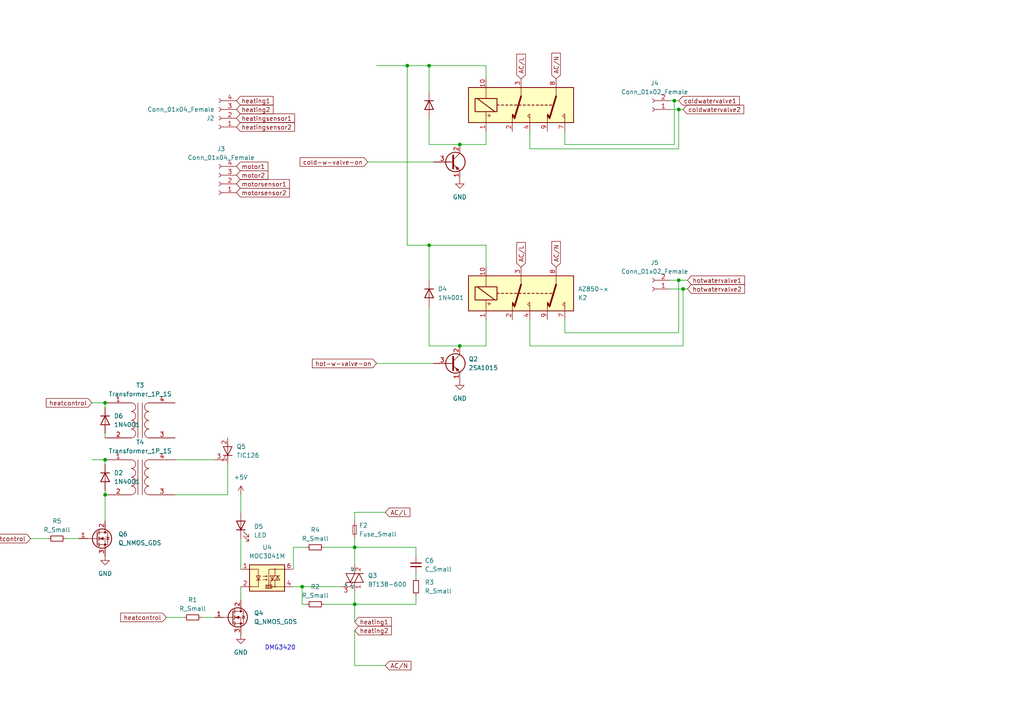
<source format=kicad_sch>
(kicad_sch (version 20231120) (generator "eeschema") (generator_version "8.0")
  (paper "A4")
  (lib_symbols
    (symbol "Connector:Conn_01x02_Female" (pin_names (offset 1.016) hide)
      (property "Reference" "J" (at 0 2.54 0))
      (property "Value" "Conn_01x02_Female" (at 0 -5.08 0))
      (symbol "Conn_01x02_Female_1_1"
        (arc (start 0 -2.032) (mid -0.5058 -2.54) (end 0 -3.048) (stroke (width 0.1524)))
        (polyline (pts (xy -1.27 -2.54) (xy -0.508 -2.54)) (stroke (width 0.1524)))
        (polyline (pts (xy -1.27 0) (xy -0.508 0)) (stroke (width 0.1524)))
        (arc (start 0 0.508) (mid -0.5058 0) (end 0 -0.508) (stroke (width 0.1524)))
        (pin passive line (at -5.08 0 0) (length 3.81) (name "Pin_1") (number "1"))
        (pin passive line (at -5.08 -2.54 0) (length 3.81) (name "Pin_2") (number "2"))
      )
    )
    (symbol "Connector:Conn_01x04_Female" (pin_names (offset 1.016) hide)
      (property "Reference" "J" (at 0 5.08 0))
      (property "Value" "Conn_01x04_Female" (at 0 -7.62 0))
      (symbol "Conn_01x04_Female_1_1"
        (arc (start 0 -4.572) (mid -0.5058 -5.08) (end 0 -5.588) (stroke (width 0.1524)))
        (arc (start 0 -2.032) (mid -0.5058 -2.54) (end 0 -3.048) (stroke (width 0.1524)))
        (polyline (pts (xy -1.27 -5.08) (xy -0.508 -5.08)) (stroke (width 0.1524)))
        (polyline (pts (xy -1.27 -2.54) (xy -0.508 -2.54)) (stroke (width 0.1524)))
        (polyline (pts (xy -1.27 0) (xy -0.508 0)) (stroke (width 0.1524)))
        (polyline (pts (xy -1.27 2.54) (xy -0.508 2.54)) (stroke (width 0.1524)))
        (arc (start 0 0.508) (mid -0.5058 0) (end 0 -0.508) (stroke (width 0.1524)))
        (arc (start 0 3.048) (mid -0.5058 2.54) (end 0 2.032) (stroke (width 0.1524)))
        (pin passive line (at -5.08 2.54 0) (length 3.81) (name "Pin_1") (number "1"))
        (pin passive line (at -5.08 0 0) (length 3.81) (name "Pin_2") (number "2"))
        (pin passive line (at -5.08 -2.54 0) (length 3.81) (name "Pin_3") (number "3"))
        (pin passive line (at -5.08 -5.08 0) (length 3.81) (name "Pin_4") (number "4"))
      )
    )
    (symbol "Device:C_Small" (pin_numbers hide) (pin_names (offset 0.254) hide)
      (property "Reference" "C" (at 0.254 1.778 0))
      (property "Value" "C_Small" (at 0.254 -2.032 0))
      (symbol "C_Small_0_1"
        (polyline (pts (xy -1.524 -0.508) (xy 1.524 -0.508)) (stroke (width 0.3302)))
        (polyline (pts (xy -1.524 0.508) (xy 1.524 0.508)) (stroke (width 0.3048)))
      )
      (symbol "C_Small_1_1"
        (pin passive line (at 0 2.54 270) (length 2.032) (name "~") (number "1"))
        (pin passive line (at 0 -2.54 90) (length 2.032) (name "~") (number "2"))
      )
    )
    (symbol "Device:Fuse_Small" (pin_numbers hide) (pin_names (offset 0.254) hide)
      (property "Reference" "F" (at 0 -1.524 0))
      (property "Value" "Fuse_Small" (at 0 1.524 0))
      (symbol "Fuse_Small_0_1"
        (rectangle (start -1.27 0.508) (end 1.27 -0.508))
        (polyline (pts (xy -1.27 0) (xy 1.27 0)))
      )
      (symbol "Fuse_Small_1_1"
        (pin passive line (at -2.54 0 0) (length 1.27) (name "~") (number "1"))
        (pin passive line (at 2.54 0 180) (length 1.27) (name "~") (number "2"))
      )
    )
    (symbol "Device:LED" (pin_numbers hide) (pin_names (offset 1.016) hide)
      (property "Reference" "D" (at 0 2.54 0))
      (property "Value" "LED" (at 0 -2.54 0))
      (symbol "LED_0_1"
        (polyline (pts (xy -1.27 -1.27) (xy -1.27 1.27)) (stroke (width 0.254)))
        (polyline (pts (xy -1.27 0) (xy 1.27 0)))
        (polyline (pts (xy 1.27 -1.27) (xy 1.27 1.27) (xy -1.27 0) (xy 1.27 -1.27)) (stroke (width 0.254)))
        (polyline (pts (xy -3.048 -0.762) (xy -4.572 -2.286) (xy -3.81 -2.286) (xy -4.572 -2.286) (xy -4.572 -1.524)))
        (polyline (pts (xy -1.778 -0.762) (xy -3.302 -2.286) (xy -2.54 -2.286) (xy -3.302 -2.286) (xy -3.302 -1.524)))
      )
      (symbol "LED_1_1"
        (pin passive line (at -3.81 0 0) (length 2.54) (name "K") (number "1"))
        (pin passive line (at 3.81 0 180) (length 2.54) (name "A") (number "2"))
      )
    )
    (symbol "Device:Q_NMOS_GDS" (pin_names (offset 0) hide)
      (property "Reference" "Q" (at 5.08 1.27 0))
      (property "Value" "Q_NMOS_GDS" (at 5.08 -1.27 0))
      (symbol "Q_NMOS_GDS_0_1"
        (polyline (pts (xy 0.254 0) (xy -2.54 0)))
        (polyline (pts (xy 0.254 1.905) (xy 0.254 -1.905)) (stroke (width 0.254)))
        (polyline (pts (xy 0.762 -1.27) (xy 0.762 -2.286)) (stroke (width 0.254)))
        (polyline (pts (xy 0.762 0.508) (xy 0.762 -0.508)) (stroke (width 0.254)))
        (polyline (pts (xy 0.762 2.286) (xy 0.762 1.27)) (stroke (width 0.254)))
        (polyline (pts (xy 2.54 2.54) (xy 2.54 1.778)))
        (polyline (pts (xy 2.54 -2.54) (xy 2.54 0) (xy 0.762 0)))
        (polyline (pts (xy 0.762 -1.778) (xy 3.302 -1.778) (xy 3.302 1.778) (xy 0.762 1.778)))
        (polyline (pts (xy 1.016 0) (xy 2.032 0.381) (xy 2.032 -0.381) (xy 1.016 0)) (fill (type outline)))
        (polyline (pts (xy 2.794 0.508) (xy 2.921 0.381) (xy 3.683 0.381) (xy 3.81 0.254)))
        (polyline (pts (xy 3.302 0.381) (xy 2.921 -0.254) (xy 3.683 -0.254) (xy 3.302 0.381)))
        (circle (center 1.651 0) (radius 2.794) (stroke (width 0.254)))
        (circle (center 2.54 -1.778) (radius 0.254) (fill (type outline)))
        (circle (center 2.54 1.778) (radius 0.254) (fill (type outline)))
      )
      (symbol "Q_NMOS_GDS_1_1"
        (pin input line (at -5.08 0 0) (length 2.54) (name "G") (number "1"))
        (pin passive line (at 2.54 5.08 270) (length 2.54) (name "D") (number "2"))
        (pin passive line (at 2.54 -5.08 90) (length 2.54) (name "S") (number "3"))
      )
    )
    (symbol "Device:R_Small" (pin_numbers hide) (pin_names (offset 0.254) hide)
      (property "Reference" "R" (at 0.762 0.508 0))
      (property "Value" "R_Small" (at 0.762 -1.016 0))
      (symbol "R_Small_0_1"
        (rectangle (start -0.762 1.778) (end 0.762 -1.778) (stroke (width 0.2032)))
      )
      (symbol "R_Small_1_1"
        (pin passive line (at 0 2.54 270) (length 0.762) (name "~") (number "1"))
        (pin passive line (at 0 -2.54 90) (length 0.762) (name "~") (number "2"))
      )
    )
    (symbol "Device:Transformer_1P_1S" (pin_names (offset 1.016) hide)
      (property "Reference" "T" (at 0 6.35 0))
      (property "Value" "Transformer_1P_1S" (at 0 -7.62 0))
      (symbol "Transformer_1P_1S_0_1"
        (arc (start -2.54 -5.0546) (mid -1.6599 -4.6901) (end -1.27 -3.81))
        (arc (start -2.54 -2.5146) (mid -1.6599 -2.1501) (end -1.27 -1.27))
        (arc (start -2.54 0.0254) (mid -1.6599 0.3899) (end -1.27 1.27))
        (arc (start -2.54 2.5654) (mid -1.6599 2.9299) (end -1.27 3.81))
        (arc (start -1.27 -3.81) (mid -1.642 -2.912) (end -2.54 -2.54))
        (arc (start -1.27 -1.27) (mid -1.642 -0.372) (end -2.54 0))
        (arc (start -1.27 1.27) (mid -1.642 2.168) (end -2.54 2.54))
        (arc (start -1.27 3.81) (mid -1.642 4.708) (end -2.54 5.08))
        (polyline (pts (xy -0.635 5.08) (xy -0.635 -5.08)))
        (polyline (pts (xy 0.635 -5.08) (xy 0.635 5.08)))
        (arc (start 1.2954 -1.27) (mid 1.6599 -2.1501) (end 2.54 -2.5146))
        (arc (start 1.2954 1.27) (mid 1.6599 0.3899) (end 2.54 0.0254))
        (arc (start 1.2954 3.81) (mid 1.6599 2.9299) (end 2.54 2.5654))
        (arc (start 1.3208 -3.81) (mid 1.6853 -4.6901) (end 2.5654 -5.0546))
        (arc (start 2.54 0) (mid 1.642 -0.372) (end 1.2954 -1.27))
        (arc (start 2.54 2.54) (mid 1.642 2.168) (end 1.2954 1.27))
        (arc (start 2.54 5.08) (mid 1.642 4.708) (end 1.2954 3.81))
        (arc (start 2.5654 -2.54) (mid 1.6674 -2.912) (end 1.3208 -3.81))
      )
      (symbol "Transformer_1P_1S_1_1"
        (pin passive line (at -10.16 5.08 0) (length 7.62) (name "AA") (number "1"))
        (pin passive line (at -10.16 -5.08 0) (length 7.62) (name "AB") (number "2"))
        (pin passive line (at 10.16 -5.08 180) (length 7.62) (name "SA") (number "3"))
        (pin passive line (at 10.16 5.08 180) (length 7.62) (name "SB") (number "4"))
      )
    )
    (symbol "Diode:1N4001" (pin_numbers hide) (pin_names (offset 1.016) hide)
      (property "Reference" "D" (at 0 2.54 0))
      (property "Value" "1N4001" (at 0 -2.54 0))
      (symbol "1N4001_0_1"
        (polyline (pts (xy -1.27 1.27) (xy -1.27 -1.27)) (stroke (width 0.254)))
        (polyline (pts (xy 1.27 0) (xy -1.27 0)))
        (polyline (pts (xy 1.27 1.27) (xy 1.27 -1.27) (xy -1.27 0) (xy 1.27 1.27)) (stroke (width 0.254)))
      )
      (symbol "1N4001_1_1"
        (pin passive line (at -3.81 0 0) (length 2.54) (name "K") (number "1"))
        (pin passive line (at 3.81 0 180) (length 2.54) (name "A") (number "2"))
      )
    )
    (symbol "Relay:AZ850-x"
      (property "Reference" "K" (at 16.51 3.81 0))
      (property "Value" "AZ850-x" (at 16.51 1.27 0))
      (symbol "AZ850-x_0_0"
        (text "+" (at -9.271 2.921 0) (effects (font (size 1.27 1.27))))
      )
      (symbol "AZ850-x_0_1"
        (rectangle (start -15.24 5.08) (end 15.24 -5.08) (stroke (width 0.254)) (fill (type background)))
        (rectangle (start -13.335 1.905) (end -6.985 -1.905) (stroke (width 0.254)))
        (polyline (pts (xy -12.7 -1.905) (xy -7.62 1.905)) (stroke (width 0.254)))
        (polyline (pts (xy -10.16 -5.08) (xy -10.16 -1.905)))
        (polyline (pts (xy -10.16 5.08) (xy -10.16 1.905)))
        (polyline (pts (xy -6.985 0) (xy -6.35 0)) (stroke (width 0.254)))
        (polyline (pts (xy -5.715 0) (xy -5.08 0)) (stroke (width 0.254)))
        (polyline (pts (xy -4.445 0) (xy -3.81 0)) (stroke (width 0.254)))
        (polyline (pts (xy -3.175 0) (xy -2.54 0)) (stroke (width 0.254)))
        (polyline (pts (xy -1.905 0) (xy -1.27 0)) (stroke (width 0.254)))
        (polyline (pts (xy -0.635 0) (xy 0 0)) (stroke (width 0.254)))
        (polyline (pts (xy 0 -2.54) (xy -1.905 3.81)) (stroke (width 0.508)))
        (polyline (pts (xy 0 -2.54) (xy 0 -5.08)))
        (polyline (pts (xy 0.635 0) (xy 1.27 0)) (stroke (width 0.254)))
        (polyline (pts (xy 1.905 0) (xy 2.54 0)) (stroke (width 0.254)))
        (polyline (pts (xy 3.175 0) (xy 3.81 0)) (stroke (width 0.254)))
        (polyline (pts (xy 4.445 0) (xy 5.08 0)) (stroke (width 0.254)))
        (polyline (pts (xy 5.715 0) (xy 6.35 0)) (stroke (width 0.254)))
        (polyline (pts (xy 6.985 0) (xy 7.62 0)) (stroke (width 0.254)))
        (polyline (pts (xy 8.255 0) (xy 8.89 0)) (stroke (width 0.254)))
        (polyline (pts (xy 10.16 -2.54) (xy 8.255 3.81)) (stroke (width 0.508)))
        (polyline (pts (xy 10.16 -2.54) (xy 10.16 -5.08)))
        (polyline (pts (xy -2.54 5.08) (xy -2.54 2.54) (xy -1.905 3.175) (xy -2.54 3.81)) (fill (type outline)))
        (polyline (pts (xy 2.54 5.08) (xy 2.54 2.54) (xy 1.905 3.175) (xy 2.54 3.81)))
        (polyline (pts (xy 7.62 5.08) (xy 7.62 2.54) (xy 8.255 3.175) (xy 7.62 3.81)) (fill (type outline)))
        (polyline (pts (xy 12.7 5.08) (xy 12.7 2.54) (xy 12.065 3.175) (xy 12.7 3.81)))
      )
      (symbol "AZ850-x_1_1"
        (pin passive line (at -10.16 7.62 270) (length 2.54) (name "~") (number "1"))
        (pin passive line (at -10.16 -7.62 90) (length 2.54) (name "~") (number "10"))
        (pin passive line (at -2.54 7.62 270) (length 2.54) (name "~") (number "2"))
        (pin passive line (at 0 -7.62 90) (length 2.54) (name "~") (number "3"))
        (pin passive line (at 2.54 7.62 270) (length 2.54) (name "~") (number "4"))
        (pin passive line (at 12.7 7.62 270) (length 2.54) (name "~") (number "7"))
        (pin passive line (at 10.16 -7.62 90) (length 2.54) (name "~") (number "8"))
        (pin passive line (at 7.62 7.62 270) (length 2.54) (name "~") (number "9"))
      )
    )
    (symbol "Relay_SolidState:MOC3041M"
      (property "Reference" "U" (at -5.08 5.08 0))
      (property "Value" "MOC3041M" (at 0 5.08 0))
      (symbol "MOC3041M_0_0"
        (rectangle (start -0.381 -2.032) (end 1.397 -3.048))
        (polyline (pts (xy 2.286 -2.54) (xy 1.397 -2.54)))
        (polyline (pts (xy 1.524 -0.635) (xy 1.016 -1.016) (xy 1.016 -2.032)))
        (text "ZCD" (at 0.508 -2.54 0) (effects (font (size 0.508 0.508))))
      )
      (symbol "MOC3041M_0_1"
        (rectangle (start -5.08 3.81) (end 5.08 -3.81) (stroke (width 0.254)) (fill (type background)))
        (polyline (pts (xy -3.175 -0.635) (xy -1.905 -0.635)))
        (polyline (pts (xy 1.524 -0.635) (xy 1.524 0.635)))
        (polyline (pts (xy 3.048 0.635) (xy 3.048 -0.635)))
        (polyline (pts (xy 2.286 -0.635) (xy 2.286 -2.54) (xy 5.08 -2.54)))
        (polyline (pts (xy 2.286 0.635) (xy 2.286 2.54) (xy 5.08 2.54)))
        (polyline (pts (xy 2.286 2.54) (xy 0.508 2.54) (xy 0.508 -2.032)))
        (polyline (pts (xy -5.08 2.54) (xy -2.54 2.54) (xy -2.54 -2.54) (xy -5.08 -2.54)))
        (polyline (pts (xy -2.54 -0.635) (xy -3.175 0.635) (xy -1.905 0.635) (xy -2.54 -0.635)))
        (polyline (pts (xy 0.889 -0.635) (xy 3.683 -0.635) (xy 3.048 0.635) (xy 2.413 -0.635)))
        (polyline (pts (xy 3.683 0.635) (xy 0.889 0.635) (xy 1.524 -0.635) (xy 2.159 0.635)))
        (polyline (pts (xy -1.143 -0.508) (xy 0.127 -0.508) (xy -0.254 -0.635) (xy -0.254 -0.381) (xy 0.127 -0.508)))
        (polyline (pts (xy -1.143 0.508) (xy 0.127 0.508) (xy -0.254 0.381) (xy -0.254 0.635) (xy 0.127 0.508)))
        (circle (center 2.286 -2.54) (radius 0.127))
        (circle (center 2.286 2.54) (radius 0.127))
      )
      (symbol "MOC3041M_1_1"
        (pin passive line (at -7.62 2.54 0) (length 2.54) (name "~") (number "1"))
        (pin passive line (at -7.62 -2.54 0) (length 2.54) (name "~") (number "2"))
        (pin no_connect line (at -5.08 0 0) (length 2.54) hide (name "NC") (number "3"))
        (pin passive line (at 7.62 -2.54 180) (length 2.54) (name "~") (number "4"))
        (pin no_connect line (at 5.08 0 180) (length 2.54) hide (name "NC") (number "5"))
        (pin passive line (at 7.62 2.54 180) (length 2.54) (name "~") (number "6"))
      )
    )
    (symbol "Transistor_BJT:2SA1015" (pin_names (offset 0) hide)
      (property "Reference" "Q" (at 5.08 1.905 0))
      (property "Value" "2SA1015" (at 5.08 0 0))
      (symbol "2SA1015_0_1"
        (polyline (pts (xy 0 0) (xy 0.635 0)))
        (polyline (pts (xy 2.54 -2.54) (xy 0.635 -0.635)))
        (polyline (pts (xy 2.54 2.54) (xy 0.635 0.635)))
        (polyline (pts (xy 0.635 1.905) (xy 0.635 -1.905) (xy 0.635 -1.905)) (stroke (width 0.508)) (fill (type outline)))
        (polyline (pts (xy 1.778 -2.286) (xy 2.286 -1.778) (xy 1.27 -1.27) (xy 1.778 -2.286) (xy 1.778 -2.286)) (fill (type outline)))
        (circle (center 1.27 0) (radius 2.8194) (stroke (width 0.254)))
      )
      (symbol "2SA1015_1_1"
        (pin passive line (at 2.54 -5.08 90) (length 2.54) (name "E") (number "1"))
        (pin passive line (at 2.54 5.08 270) (length 2.54) (name "C") (number "2"))
        (pin input line (at -5.08 0 0) (length 5.08) (name "B") (number "3"))
      )
    )
    (symbol "Triac_Thyristor:BT138-600" (pin_names (offset 0))
      (property "Reference" "Q" (at 5.08 1.905 0))
      (property "Value" "BT138-600" (at 5.08 0 0))
      (symbol "BT138-600_0_1"
        (polyline (pts (xy -2.54 -1.27) (xy 2.54 -1.27)) (stroke (width 0.2032)))
        (polyline (pts (xy -2.54 1.27) (xy 2.54 1.27)) (stroke (width 0.2032)))
        (polyline (pts (xy -1.27 -2.54) (xy -0.635 -1.27)))
        (polyline (pts (xy -2.54 1.27) (xy -1.27 -1.27) (xy 0 1.27)) (stroke (width 0.2032)))
        (polyline (pts (xy 0 -1.27) (xy 1.27 1.27) (xy 2.54 -1.27)) (stroke (width 0.2032)))
      )
      (symbol "BT138-600_1_1"
        (pin passive line (at 0 -3.81 90) (length 2.54) (name "A1") (number "1"))
        (pin passive line (at 0 3.81 270) (length 2.54) (name "A2") (number "2"))
        (pin input line (at -3.81 -2.54 0) (length 2.54) (name "G") (number "3"))
      )
    )
    (symbol "Triac_Thyristor:TIC126" (pin_names (offset 0) hide)
      (property "Reference" "Q" (at 2.54 1.905 0))
      (property "Value" "TIC126" (at 2.54 0 0))
      (symbol "TIC126_0_1"
        (polyline (pts (xy -1.27 -2.54) (xy -0.635 -1.27)))
        (polyline (pts (xy -1.27 -1.27) (xy 1.27 -1.27)) (stroke (width 0.2032)))
        (polyline (pts (xy 0 -2.54) (xy 0 2.54)))
        (polyline (pts (xy -1.27 1.27) (xy 1.27 1.27) (xy 0 -1.27) (xy -1.27 1.27)) (stroke (width 0.2032)))
      )
      (symbol "TIC126_1_1"
        (pin passive line (at 0 -3.81 90) (length 2.54) (name "K") (number "1"))
        (pin passive line (at 0 3.81 270) (length 2.54) (name "A") (number "2"))
        (pin input line (at -3.81 -2.54 0) (length 2.54) (name "G") (number "3"))
      )
    )
    (symbol "power:+5V" (power) (pin_numbers hide) (pin_names (offset 0) hide)
      (property "Value" "+5V" (at 0 3.556 0))
      (symbol "+5V_0_1"
        (polyline (pts (xy -0.762 1.27) (xy 0 2.54)))
        (polyline (pts (xy 0 0) (xy 0 2.54)))
        (polyline (pts (xy 0 2.54) (xy 0.762 1.27)))
      )
      (symbol "+5V_1_1"
        (pin power_in line (at 0 0 90) (length 0) (name "~") (number "1"))
      )
    )
    (symbol "power:GND" (power) (pin_names (offset 0))
      (property "Value" "GND" (at 0 -3.81 0))
      (symbol "GND_0_1"
        (polyline (pts (xy 0 0) (xy 0 -1.27) (xy 1.27 -1.27) (xy 0 -2.54) (xy -1.27 -1.27) (xy 0 -1.27)))
      )
      (symbol "GND_1_1"
        (pin power_in line (at 0 0 270) (length 0) hide (name "GND") (number "1"))
      )
    )
  )
  (junction (at 30.48 133.35))
  (junction (at 195.58 29.21))
  (junction (at 198.12 83.82))
  (junction (at 196.85 31.75))
  (junction (at 87.63 170.18))
  (junction (at 124.46 19.05))
  (junction (at 133.35 100.33))
  (junction (at 102.87 175.26))
  (junction (at 124.46 71.12))
  (junction (at 133.35 41.91))
  (junction (at 30.48 116.84))
  (junction (at 118.11 19.05))
  (junction (at 196.85 81.28))
  (junction (at 30.48 143.51))
  (junction (at 102.87 158.75))
  (wire (pts (xy 109.22 105.41) (xy 125.73 105.41)))
  (wire (pts (xy 124.46 71.12) (xy 124.46 81.28)))
  (wire (pts (xy 153.67 92.71) (xy 153.67 100.33)))
  (wire (pts (xy 50.8 143.51) (xy 66.04 143.51)))
  (wire (pts (xy 195.58 41.91) (xy 195.58 29.21)))
  (wire (pts (xy 133.35 100.33) (xy 124.46 100.33)))
  (wire (pts (xy 140.97 38.1) (xy 140.97 41.91)))
  (wire (pts (xy 198.12 83.82) (xy 199.39 83.82)))
  (wire (pts (xy 8.89 156.21) (xy 13.97 156.21)))
  (wire (pts (xy 102.87 158.75) (xy 120.65 158.75)))
  (wire (pts (xy 124.46 71.12) (xy 140.97 71.12)))
  (wire (pts (xy 140.97 77.47) (xy 140.97 71.12)))
  (wire (pts (xy 58.42 179.07) (xy 62.23 179.07)))
  (wire (pts (xy 163.83 38.1) (xy 163.83 41.91)))
  (wire (pts (xy 125.73 46.99) (xy 106.68 46.99)))
  (wire (pts (xy 196.85 31.75) (xy 198.12 31.75)))
  (wire (pts (xy 140.97 92.71) (xy 140.97 100.33)))
  (wire (pts (xy 196.85 96.52) (xy 196.85 81.28)))
  (wire (pts (xy 118.11 71.12) (xy 124.46 71.12)))
  (wire (pts (xy 124.46 19.05) (xy 140.97 19.05)))
  (wire (pts (xy 30.48 116.84) (xy 30.48 118.11)))
  (wire (pts (xy 120.65 172.72) (xy 120.65 175.26)))
  (wire (pts (xy 140.97 41.91) (xy 133.35 41.91)))
  (wire (pts (xy 196.85 81.28) (xy 199.39 81.28)))
  (wire (pts (xy 163.83 92.71) (xy 163.83 96.52)))
  (wire (pts (xy 85.09 165.1) (xy 85.09 158.75)))
  (wire (pts (xy 195.58 29.21) (xy 196.85 29.21)))
  (wire (pts (xy 30.48 125.73) (xy 30.48 127)))
  (wire (pts (xy 69.85 143.51) (xy 69.85 148.59)))
  (wire (pts (xy 120.65 166.37) (xy 120.65 167.64)))
  (wire (pts (xy 120.65 158.75) (xy 120.65 161.29)))
  (wire (pts (xy 196.85 43.18) (xy 196.85 31.75)))
  (wire (pts (xy 87.63 175.26) (xy 88.9 175.26)))
  (wire (pts (xy 93.98 175.26) (xy 102.87 175.26)))
  (wire (pts (xy 124.46 88.9) (xy 124.46 100.33)))
  (wire (pts (xy 140.97 19.05) (xy 140.97 22.86)))
  (wire (pts (xy 102.87 148.59) (xy 111.76 148.59)))
  (wire (pts (xy 109.22 19.05) (xy 118.11 19.05)))
  (wire (pts (xy 124.46 19.05) (xy 124.46 26.67)))
  (wire (pts (xy 153.67 43.18) (xy 196.85 43.18)))
  (wire (pts (xy 69.85 170.18) (xy 69.85 173.99)))
  (wire (pts (xy 50.8 133.35) (xy 62.23 133.35)))
  (wire (pts (xy 87.63 170.18) (xy 99.06 170.18)))
  (wire (pts (xy 85.09 170.18) (xy 87.63 170.18)))
  (wire (pts (xy 102.87 156.21) (xy 102.87 158.75)))
  (wire (pts (xy 124.46 34.29) (xy 124.46 41.91)))
  (wire (pts (xy 163.83 96.52) (xy 196.85 96.52)))
  (wire (pts (xy 102.87 175.26) (xy 120.65 175.26)))
  (wire (pts (xy 102.87 175.26) (xy 102.87 180.34)))
  (wire (pts (xy 194.31 83.82) (xy 198.12 83.82)))
  (wire (pts (xy 69.85 156.21) (xy 69.85 165.1)))
  (wire (pts (xy 30.48 142.24) (xy 30.48 143.51)))
  (wire (pts (xy 198.12 100.33) (xy 198.12 83.82)))
  (wire (pts (xy 19.05 156.21) (xy 22.86 156.21)))
  (wire (pts (xy 87.63 170.18) (xy 87.63 175.26)))
  (wire (pts (xy 194.31 29.21) (xy 195.58 29.21)))
  (wire (pts (xy 102.87 182.88) (xy 102.87 193.04)))
  (wire (pts (xy 85.09 158.75) (xy 88.9 158.75)))
  (wire (pts (xy 102.87 148.59) (xy 102.87 151.13)))
  (wire (pts (xy 66.04 143.51) (xy 66.04 134.62)))
  (wire (pts (xy 102.87 171.45) (xy 102.87 175.26)))
  (wire (pts (xy 163.83 41.91) (xy 195.58 41.91)))
  (wire (pts (xy 133.35 100.33) (xy 140.97 100.33)))
  (wire (pts (xy 102.87 158.75) (xy 102.87 163.83)))
  (wire (pts (xy 133.35 41.91) (xy 124.46 41.91)))
  (wire (pts (xy 194.31 81.28) (xy 196.85 81.28)))
  (wire (pts (xy 26.67 133.35) (xy 30.48 133.35)))
  (wire (pts (xy 118.11 19.05) (xy 124.46 19.05)))
  (wire (pts (xy 26.67 116.84) (xy 30.48 116.84)))
  (wire (pts (xy 93.98 158.75) (xy 102.87 158.75)))
  (wire (pts (xy 102.87 193.04) (xy 111.76 193.04)))
  (wire (pts (xy 48.26 179.07) (xy 53.34 179.07)))
  (wire (pts (xy 118.11 19.05) (xy 118.11 71.12)))
  (wire (pts (xy 194.31 31.75) (xy 196.85 31.75)))
  (wire (pts (xy 30.48 133.35) (xy 30.48 134.62)))
  (wire (pts (xy 153.67 100.33) (xy 198.12 100.33)))
  (wire (pts (xy 153.67 38.1) (xy 153.67 43.18)))
  (wire (pts (xy 30.48 143.51) (xy 30.48 151.13)))
  (text "DMG3420" (at 81.28 187.96 0) (effects (font (size 1.27 1.27))))
  (global_label "heatcontrol" (shape input) (at 48.26 179.07 180) (property "Intersheetrefs" "${INTERSHEET_REFS}" (effects (hide yes))))
  (global_label "heatingsensor2" (shape input) (at 68.58 36.83 0) (property "Intersheetrefs" "${INTERSHEET_REFS}" (effects (hide yes))) (property "Referenzen zwischen Schaltplänen" "${INTERSHEET_REFS}" (effects (hide yes))))
  (global_label "motorsensor2" (shape input) (at 68.58 55.88 0) (property "Intersheetrefs" "${INTERSHEET_REFS}" (effects (hide yes))) (property "Referenzen zwischen Schaltplänen" "${INTERSHEET_REFS}" (effects (hide yes))))
  (global_label "heatcontrol" (shape input) (at 8.89 156.21 180) (property "Intersheetrefs" "${INTERSHEET_REFS}" (effects (hide yes))))
  (global_label "heatcontrol" (shape input) (at 26.67 116.84 180) (property "Intersheetrefs" "${INTERSHEET_REFS}" (effects (hide yes))))
  (global_label "motor1" (shape input) (at 68.58 48.26 0) (property "Intersheetrefs" "${INTERSHEET_REFS}" (effects (hide yes))) (property "Referenzen zwischen Schaltplänen" "${INTERSHEET_REFS}" (effects (hide yes))))
  (global_label "hotwatervalve2" (shape input) (at 199.39 83.82 0) (property "Intersheetrefs" "${INTERSHEET_REFS}" (effects (hide yes))) (property "Referenzen zwischen Schaltplänen" "${INTERSHEET_REFS}" (effects (hide yes))))
  (global_label "motor2" (shape input) (at 68.58 50.8 0) (property "Intersheetrefs" "${INTERSHEET_REFS}" (effects (hide yes))) (property "Referenzen zwischen Schaltplänen" "${INTERSHEET_REFS}" (effects (hide yes))))
  (global_label "cold-w-valve-on" (shape input) (at 106.68 46.99 180) (property "Intersheetrefs" "${INTERSHEET_REFS}" (effects (hide yes))) (property "Referenzen zwischen Schaltplänen" "${INTERSHEET_REFS}" (effects (hide yes))))
  (global_label "AC{slash}N" (shape input) (at 111.76 193.04 0) (property "Intersheetrefs" "${INTERSHEET_REFS}" (effects (hide yes))) (property "Referenzen zwischen Schaltplänen" "${INTERSHEET_REFS}" (effects (hide yes))))
  (global_label "AC{slash}N" (shape input) (at 161.29 22.86 90) (property "Intersheetrefs" "${INTERSHEET_REFS}" (effects (hide yes))) (property "Referenzen zwischen Schaltplänen" "${INTERSHEET_REFS}" (effects (hide yes))))
  (global_label "coldwatervalve2" (shape input) (at 198.12 31.75 0) (property "Intersheetrefs" "${INTERSHEET_REFS}" (effects (hide yes))) (property "Referenzen zwischen Schaltplänen" "${INTERSHEET_REFS}" (effects (hide yes))))
  (global_label "heating2" (shape input) (at 68.58 31.75 0) (property "Intersheetrefs" "${INTERSHEET_REFS}" (effects (hide yes))) (property "Referenzen zwischen Schaltplänen" "${INTERSHEET_REFS}" (effects (hide yes))))
  (global_label "AC{slash}L" (shape input) (at 151.13 77.47 90) (property "Intersheetrefs" "${INTERSHEET_REFS}" (effects (hide yes))) (property "Referenzen zwischen Schaltplänen" "${INTERSHEET_REFS}" (effects (hide yes))))
  (global_label "motorsensor1" (shape input) (at 68.58 53.34 0) (property "Intersheetrefs" "${INTERSHEET_REFS}" (effects (hide yes))) (property "Referenzen zwischen Schaltplänen" "${INTERSHEET_REFS}" (effects (hide yes))))
  (global_label "hotwatervalve1" (shape input) (at 199.39 81.28 0) (property "Intersheetrefs" "${INTERSHEET_REFS}" (effects (hide yes))) (property "Referenzen zwischen Schaltplänen" "${INTERSHEET_REFS}" (effects (hide yes))))
  (global_label "coldwatervalve1" (shape input) (at 196.85 29.21 0) (property "Intersheetrefs" "${INTERSHEET_REFS}" (effects (hide yes))) (property "Referenzen zwischen Schaltplänen" "${INTERSHEET_REFS}" (effects (hide yes))))
  (global_label "AC{slash}N" (shape input) (at 161.29 77.47 90) (property "Intersheetrefs" "${INTERSHEET_REFS}" (effects (hide yes))) (property "Referenzen zwischen Schaltplänen" "${INTERSHEET_REFS}" (effects (hide yes))))
  (global_label "heating1" (shape input) (at 68.58 29.21 0) (property "Intersheetrefs" "${INTERSHEET_REFS}" (effects (hide yes))) (property "Referenzen zwischen Schaltplänen" "${INTERSHEET_REFS}" (effects (hide yes))))
  (global_label "heating2" (shape input) (at 102.87 182.88 0) (property "Intersheetrefs" "${INTERSHEET_REFS}" (effects (hide yes))) (property "Referenzen zwischen Schaltplänen" "${INTERSHEET_REFS}" (effects (hide yes))))
  (global_label "heatingsensor1" (shape input) (at 68.58 34.29 0) (property "Intersheetrefs" "${INTERSHEET_REFS}" (effects (hide yes))) (property "Referenzen zwischen Schaltplänen" "${INTERSHEET_REFS}" (effects (hide yes))))
  (global_label "AC{slash}L" (shape input) (at 151.13 22.86 90) (property "Intersheetrefs" "${INTERSHEET_REFS}" (effects (hide yes))) (property "Referenzen zwischen Schaltplänen" "${INTERSHEET_REFS}" (effects (hide yes))))
  (global_label "hot-w-valve-on" (shape input) (at 109.22 105.41 180) (property "Intersheetrefs" "${INTERSHEET_REFS}" (effects (hide yes))) (property "Referenzen zwischen Schaltplänen" "${INTERSHEET_REFS}" (effects (hide yes))))
  (global_label "AC{slash}L" (shape input) (at 111.76 148.59 0) (property "Intersheetrefs" "${INTERSHEET_REFS}" (effects (hide yes))) (property "Referenzen zwischen Schaltplänen" "${INTERSHEET_REFS}" (effects (hide yes))))
  (global_label "heating1" (shape input) (at 102.87 180.34 0) (property "Intersheetrefs" "${INTERSHEET_REFS}" (effects (hide yes))) (property "Referenzen zwischen Schaltplänen" "${INTERSHEET_REFS}" (effects (hide yes))))
  (symbol (lib_id "Relay:AZ850-x") (at 151.13 30.48 0) (mirror x) (unit 1)
    (property "Reference" "K1" (effects (hide yes)))
    (property "Value" "AZ850-x" (effects (hide yes)))
    (property "Footprint" "Relay_THT:Relay_DPDT_FRT5" (effects (hide yes)))
    (property "Datasheet" "http://www.azettler.com/pdfs/az850.pdf" (effects (hide yes)))
  )
  (symbol (lib_id "Device:LED") (at 69.85 152.4 90) (unit 1)
    (property "Reference" "D5" (at 73.66 152.7174 90) (effects (justify right)))
    (property "Value" "LED" (at 73.66 155.2574 90) (effects (justify right)))
    (property "Description" "Light emitting diode" (effects (hide yes)))
  )
  (symbol (lib_id "Connector:Conn_01x02_Female") (at 189.23 83.82 180) (unit 1)
    (property "Reference" "J5" (at 189.865 76.2 0))
    (property "Value" "Conn_01x02_Female" (at 189.865 78.74 0))
    (property "Footprint" "TerminalBlock_Phoenix:TerminalBlock_Phoenix_MKDS-1,5-2-5.08_1x02_P5.08mm_Horizontal" (effects (hide yes)))
  )
  (symbol (lib_id "Device:Transformer_1P_1S") (at 40.64 121.92 0) (unit 1)
    (property "Reference" "T3" (at 40.6527 111.76 0))
    (property "Value" "Transformer_1P_1S" (at 40.6527 114.3 0))
    (property "Description" "Transformer, single primary, single secondary" (effects (hide yes)))
  )
  (symbol (lib_id "Device:Transformer_1P_1S") (at 40.64 138.43 0) (unit 1)
    (property "Reference" "T4" (at 40.6527 128.27 0))
    (property "Value" "Transformer_1P_1S" (at 40.6527 130.81 0))
    (property "Description" "Transformer, single primary, single secondary" (effects (hide yes)))
  )
  (symbol (lib_id "Connector:Conn_01x02_Female") (at 189.23 31.75 180) (unit 1)
    (property "Reference" "J4" (at 189.865 24.13 0))
    (property "Value" "Conn_01x02_Female" (at 189.865 26.67 0))
    (property "Footprint" "TerminalBlock_Phoenix:TerminalBlock_Phoenix_MKDS-1,5-2-5.08_1x02_P5.08mm_Horizontal" (effects (hide yes)))
  )
  (symbol (lib_id "Device:Q_NMOS_GDS") (at 67.31 179.07 0) (unit 1)
    (property "Reference" "Q4" (at 73.66 177.7999 0) (effects (justify left)))
    (property "Value" "Q_NMOS_GDS" (at 73.66 180.3399 0) (effects (justify left)))
    (property "Description" "N-MOSFET transistor, gate/drain/source" (effects (hide yes)))
  )
  (symbol (lib_id "Relay_SolidState:MOC3041M") (at 77.47 167.64 0) (unit 1)
    (property "Reference" "U4" (at 77.47 158.75 0))
    (property "Value" "MOC3041M" (at 77.47 161.29 0))
    (property "Datasheet" "https://www.onsemi.com/pub/Collateral/MOC3043M-D.pdf" (effects (hide yes)))
    (property "Description" "Zero Cross Opto-Triac, Vdrm 400V, Ift 15mA, DIP6" (effects (hide yes)))
  )
  (symbol (lib_id "Connector:Conn_01x04_Female") (at 63.5 34.29 180) (unit 1)
    (property "Reference" "J2" (at 62.23 34.2901 0) (effects (justify left)))
    (property "Value" "Conn_01x04_Female" (at 62.23 31.7501 0) (effects (justify left)))
    (property "Footprint" "TerminalBlock_Phoenix:TerminalBlock_Phoenix_MKDS-1,5-4-5.08_1x04_P5.08mm_Horizontal" (effects (hide yes)))
  )
  (symbol (lib_id "Connector:Conn_01x04_Female") (at 63.5 53.34 180) (unit 1)
    (property "Reference" "J3" (at 64.135 43.18 0))
    (property "Value" "Conn_01x04_Female" (at 64.135 45.72 0))
    (property "Footprint" "TerminalBlock_Phoenix:TerminalBlock_Phoenix_MKDS-1,5-4-5.08_1x04_P5.08mm_Horizontal" (effects (hide yes)))
  )
  (symbol (lib_id "Device:Fuse_Small") (at 102.87 153.67 90) (unit 1)
    (property "Reference" "F2" (at 104.14 152.3999 90) (effects (justify right)))
    (property "Value" "Fuse_Small" (at 104.14 154.9399 90) (effects (justify right)))
    (property "Description" "Fuse, small symbol" (effects (hide yes)))
  )
  (symbol (lib_id "power:GND") (at 133.35 110.49 0) (unit 1)
    (property "Reference" "#PWR04" (effects (hide yes)))
    (property "Value" "GND" (at 133.35 115.57 0))
  )
  (symbol (lib_id "Triac_Thyristor:BT138-600") (at 102.87 167.64 0) (unit 1)
    (property "Reference" "Q3" (at 106.68 166.9541 0) (effects (justify left)))
    (property "Value" "BT138-600" (at 106.68 169.4941 0) (effects (justify left)))
    (property "Footprint" "Package_TO_SOT_THT:TO-220-3_Vertical" (effects (hide yes)))
    (property "Datasheet" "https://assets.nexperia.com/documents/data-sheet/BT138_SER_D_E.pdf" (effects (hide yes)))
    (property "Description" "12A RMS, 600V Off-State Voltage, Triac, TO-220" (effects (hide yes)))
  )
  (symbol (lib_id "Device:R_Small") (at 16.51 156.21 90) (unit 1)
    (property "Reference" "R5" (at 16.51 151.13 90))
    (property "Value" "R_Small" (at 16.51 153.67 90))
    (property "Description" "Resistor, small symbol" (effects (hide yes)))
  )
  (symbol (lib_id "power:+5V") (at 69.85 143.51 0) (unit 1)
    (property "Reference" "#PWR06" (effects (hide yes)))
    (property "Value" "+5V" (at 69.85 138.43 0))
    (property "Description" "Power symbol creates a global label with name \"+5V\"" (effects (hide yes)))
  )
  (symbol (lib_id "power:GND") (at 69.85 184.15 0) (unit 1)
    (property "Reference" "#PWR01" (effects (hide yes)))
    (property "Value" "GND" (at 69.85 189.23 0))
  )
  (symbol (lib_id "Diode:1N4001") (at 30.48 138.43 270) (unit 1)
    (property "Reference" "D2" (at 33.02 137.1599 90) (effects (justify left)))
    (property "Value" "1N4001" (at 33.02 139.6999 90) (effects (justify left)))
    (property "Footprint" "Diode_THT:D_DO-41_SOD81_P10.16mm_Horizontal" (effects (hide yes)))
    (property "Datasheet" "http://www.vishay.com/docs/88503/1n4001.pdf" (effects (hide yes)))
  )
  (symbol (lib_id "Triac_Thyristor:TIC126") (at 66.04 130.81 0) (unit 1)
    (property "Reference" "Q5" (at 68.58 129.5399 0) (effects (justify left)))
    (property "Value" "TIC126" (at 68.58 132.0799 0) (effects (justify left)))
    (property "Footprint" "Package_TO_SOT_THT:TO-220-3_Vertical" (effects (hide yes)))
    (property "Datasheet" "https://cdn-reichelt.de/documents/datenblatt/A400/TIC126.pdf" (effects (hide yes)))
    (property "Description" "12A Ion, 400-800V Voff, Silicon Controlled Rectifier (Thyristor), TO-220" (effects (hide yes)))
  )
  (symbol (lib_id "Diode:1N4001") (at 124.46 30.48 270) (unit 1)
    (property "Reference" "D3" (effects (hide yes)))
    (property "Value" "1N4001" (effects (hide yes)))
    (property "Footprint" "Diode_THT:D_DO-41_SOD81_P10.16mm_Horizontal" (effects (hide yes)))
    (property "Datasheet" "http://www.vishay.com/docs/88503/1n4001.pdf" (effects (hide yes)))
  )
  (symbol (lib_id "Transistor_BJT:2SA1015") (at 130.81 46.99 0) (unit 1)
    (property "Reference" "Q1" (effects (hide yes)))
    (property "Value" "2SA1015" (effects (hide yes)))
    (property "Footprint" "Package_TO_SOT_THT:TO-92_Inline" (effects (hide yes)))
    (property "Datasheet" "http://www.datasheetcatalog.org/datasheet/toshiba/905.pdf" (effects (hide yes)))
  )
  (symbol (lib_id "Relay:AZ850-x") (at 151.13 85.09 0) (mirror x) (unit 1)
    (property "Reference" "K2" (at 167.64 86.3601 0) (effects (justify left)))
    (property "Value" "AZ850-x" (at 167.64 83.8201 0) (effects (justify left)))
    (property "Footprint" "Relay_THT:Relay_DPDT_FRT5" (effects (hide yes)))
    (property "Datasheet" "http://www.azettler.com/pdfs/az850.pdf" (effects (hide yes)))
  )
  (symbol (lib_id "Transistor_BJT:2SA1015") (at 130.81 105.41 0) (unit 1)
    (property "Reference" "Q2" (at 135.89 104.1399 0) (effects (justify left)))
    (property "Value" "2SA1015" (at 135.89 106.6799 0) (effects (justify left)))
    (property "Footprint" "Package_TO_SOT_THT:TO-92_Inline" (effects (hide yes)))
    (property "Datasheet" "http://www.datasheetcatalog.org/datasheet/toshiba/905.pdf" (effects (hide yes)))
  )
  (symbol (lib_id "Diode:1N4001") (at 30.48 121.92 270) (unit 1)
    (property "Reference" "D6" (at 33.02 120.6499 90) (effects (justify left)))
    (property "Value" "1N4001" (at 33.02 123.1899 90) (effects (justify left)))
    (property "Footprint" "Diode_THT:D_DO-41_SOD81_P10.16mm_Horizontal" (effects (hide yes)))
    (property "Datasheet" "http://www.vishay.com/docs/88503/1n4001.pdf" (effects (hide yes)))
  )
  (symbol (lib_id "Device:Q_NMOS_GDS") (at 27.94 156.21 0) (unit 1)
    (property "Reference" "Q6" (at 34.29 154.9399 0) (effects (justify left)))
    (property "Value" "Q_NMOS_GDS" (at 34.29 157.4799 0) (effects (justify left)))
    (property "Description" "N-MOSFET transistor, gate/drain/source" (effects (hide yes)))
  )
  (symbol (lib_id "Diode:1N4001") (at 124.46 85.09 270) (unit 1)
    (property "Reference" "D4" (at 127 83.8199 90) (effects (justify left)))
    (property "Value" "1N4001" (at 127 86.3599 90) (effects (justify left)))
    (property "Footprint" "Diode_THT:D_DO-41_SOD81_P10.16mm_Horizontal" (effects (hide yes)))
    (property "Datasheet" "http://www.vishay.com/docs/88503/1n4001.pdf" (effects (hide yes)))
  )
  (symbol (lib_id "Device:R_Small") (at 91.44 158.75 90) (unit 1)
    (property "Reference" "R4" (at 91.44 153.67 90))
    (property "Value" "R_Small" (at 91.44 156.21 90))
    (property "Description" "Resistor, small symbol" (effects (hide yes)))
  )
  (symbol (lib_id "Device:R_Small") (at 120.65 170.18 180) (unit 1)
    (property "Reference" "R3" (at 123.19 168.9099 0) (effects (justify right)))
    (property "Value" "R_Small" (at 123.19 171.4499 0) (effects (justify right)))
    (property "Description" "Resistor, small symbol" (effects (hide yes)))
  )
  (symbol (lib_id "Device:R_Small") (at 91.44 175.26 90) (unit 1)
    (property "Reference" "R2" (at 91.44 170.18 90))
    (property "Value" "R_Small" (at 91.44 172.72 90))
    (property "Description" "Resistor, small symbol" (effects (hide yes)))
  )
  (symbol (lib_id "Device:C_Small") (at 120.65 163.83 0) (unit 1)
    (property "Reference" "C6" (at 123.19 162.5662 0) (effects (justify left)))
    (property "Value" "C_Small" (at 123.19 165.1062 0) (effects (justify left)))
    (property "Description" "Unpolarized capacitor, small symbol" (effects (hide yes)))
  )
  (symbol (lib_id "power:GND") (at 133.35 52.07 0) (unit 1)
    (property "Reference" "#PWR03" (effects (hide yes)))
    (property "Value" "GND" (at 133.35 57.15 0))
  )
  (symbol (lib_id "Device:R_Small") (at 55.88 179.07 90) (unit 1)
    (property "Reference" "R1" (at 55.88 173.99 90))
    (property "Value" "R_Small" (at 55.88 176.53 90))
    (property "Description" "Resistor, small symbol" (effects (hide yes)))
  )
  (symbol (lib_id "power:GND") (at 30.48 161.29 0) (unit 1)
    (property "Reference" "#PWR08" (effects (hide yes)))
    (property "Value" "GND" (at 30.48 166.37 0))
  )
)
</source>
